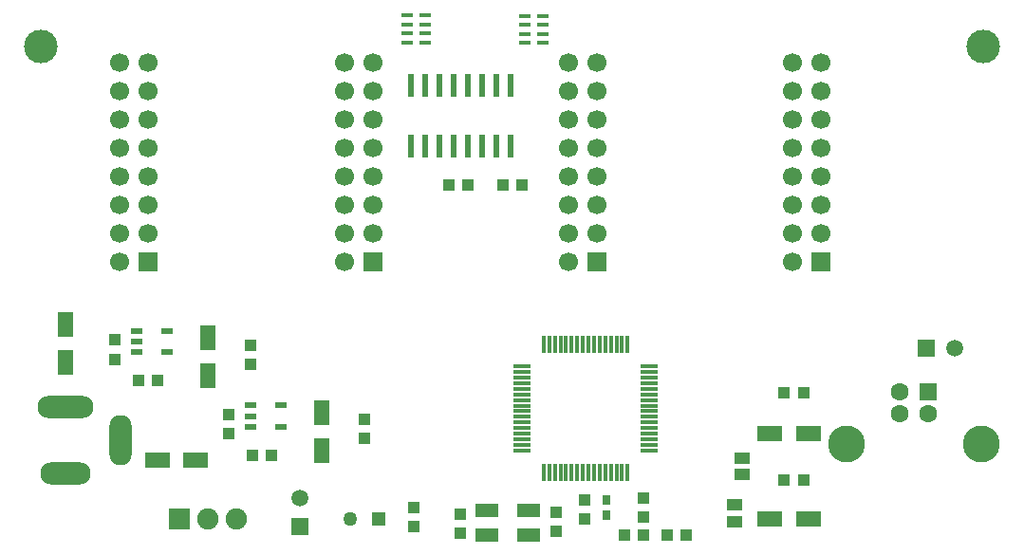
<source format=gts>
G04 DipTrace 2.4.0.2*
%INMainBoard.GTS*%
%MOMM*%
%ADD24R,1.0X1.1*%
%ADD25R,1.1X1.0*%
%ADD26R,1.4X2.25*%
%ADD27R,0.7X0.9*%
%ADD29R,2.25X1.4*%
%ADD30C,1.27*%
%ADD31R,1.27X1.27*%
%ADD32R,1.7X1.7*%
%ADD33C,1.7*%
%ADD34O,5.0X2.0*%
%ADD35O,4.5X2.0*%
%ADD36O,2.0X4.5*%
%ADD37R,1.5X1.5*%
%ADD38C,1.5*%
%ADD39R,1.6X1.6*%
%ADD40C,1.6*%
%ADD41C,3.3*%
%ADD42R,1.35X1.0*%
%ADD43R,1.05X0.45*%
%ADD45R,1.1X0.6*%
%ADD46R,1.9X1.9*%
%ADD47C,1.9*%
%ADD49R,0.3X1.6*%
%ADD50R,1.6X0.3*%
%ADD51R,0.6X2.0*%
%ADD53R,2.0X1.2*%
%ADD56C,3.0*%
%FSLAX53Y53*%
G04*
G71*
G90*
G75*
G01*
%LNTopMask*%
%LPD*%
D24*
X24765Y11430D3*
Y13130D3*
D25*
X28575Y9525D3*
X26875D3*
D26*
X33020Y13335D3*
Y9935D3*
D24*
X36830Y12700D3*
Y11000D3*
D27*
X58420Y5515D3*
Y4215D3*
D24*
X14605Y18098D3*
Y19797D3*
D25*
X18415Y16193D3*
X16715D3*
D26*
X22860Y20003D3*
Y16602D3*
D24*
X26670Y19367D3*
Y17668D3*
D29*
X73025Y3810D3*
X76425D3*
X73025Y11430D3*
X76425D3*
D25*
X74295Y7302D3*
X75995D3*
X74295Y15081D3*
X75995D3*
D26*
X10160Y17780D3*
Y21180D3*
D29*
X21749Y9049D3*
X18349D3*
D24*
X45350Y2600D3*
Y4300D3*
X53950Y4400D3*
Y2700D3*
D25*
X49212Y33655D3*
X50913D3*
D30*
X35560Y3810D3*
D31*
X38100D3*
D56*
X8000Y46000D3*
X92000D3*
D32*
X77570Y26810D3*
D33*
X75030D3*
X77570Y29350D3*
X75030D3*
X77570Y31890D3*
X75030D3*
X77570Y34430D3*
X75030D3*
X77570Y36970D3*
X75030D3*
X77570Y39510D3*
X75030D3*
X77570Y42050D3*
X75030D3*
X77570Y44590D3*
X75030D3*
D32*
X57570Y26810D3*
D33*
X55030D3*
X57570Y29350D3*
X55030D3*
X57570Y31890D3*
X55030D3*
X57570Y34430D3*
X55030D3*
X57570Y36970D3*
X55030D3*
X57570Y39510D3*
X55030D3*
X57570Y42050D3*
X55030D3*
X57570Y44590D3*
X55030D3*
D34*
X10190Y13870D3*
D35*
Y7870D3*
D36*
X15090Y10870D3*
D37*
X86995Y19050D3*
D38*
X89535D3*
D39*
X87105Y15200D3*
D40*
X84605D3*
Y13200D3*
X87105D3*
D41*
X79835Y10490D3*
X91875D3*
D32*
X37570Y26810D3*
D33*
X35030D3*
X37570Y29350D3*
X35030D3*
X37570Y31890D3*
X35030D3*
X37570Y34430D3*
X35030D3*
X37570Y36970D3*
X35030D3*
X37570Y39510D3*
X35030D3*
X37570Y42050D3*
X35030D3*
X37570Y44590D3*
X35030D3*
D32*
X17570Y26810D3*
D33*
X15030D3*
X17570Y29350D3*
X15030D3*
X17570Y31890D3*
X15030D3*
X17570Y34430D3*
X15030D3*
X17570Y36970D3*
X15030D3*
X17570Y39510D3*
X15030D3*
X17570Y42050D3*
X15030D3*
X17570Y44590D3*
X15030D3*
D42*
X70492Y7780D3*
Y9280D3*
X69850Y5080D3*
Y3580D3*
D24*
X41275Y3175D3*
Y4875D3*
X56515Y3810D3*
Y5510D3*
D25*
X61754Y2381D3*
X60054D3*
D24*
X61754Y5715D3*
Y4015D3*
D25*
X65564Y2381D3*
X63864D3*
X46038Y33655D3*
X44338D3*
D43*
X51117Y48736D3*
Y47936D3*
Y47136D3*
Y46336D3*
X52717D3*
Y47136D3*
Y47936D3*
Y48736D3*
X42227Y46355D3*
Y47155D3*
Y47955D3*
Y48755D3*
X40627D3*
Y47955D3*
Y47155D3*
Y46355D3*
D37*
X31115Y3175D3*
D38*
Y5715D3*
D45*
X26670Y13970D3*
Y13020D3*
Y12070D3*
X29370D3*
Y13970D3*
X16510Y20637D3*
Y19688D3*
Y18738D3*
X19210D3*
Y20637D3*
D46*
X20320Y3810D3*
D47*
X22860D3*
X25400D3*
D49*
X52820Y8000D3*
X53320D3*
X53820D3*
X54320D3*
X54820D3*
X55320D3*
X55820D3*
X56320D3*
X56820D3*
X57320D3*
X57820D3*
X58320D3*
X58820D3*
X59320D3*
X59820D3*
X60320D3*
D50*
X62270Y9950D3*
Y10450D3*
Y10950D3*
Y11450D3*
Y11950D3*
Y12450D3*
Y12950D3*
Y13450D3*
Y13950D3*
Y14450D3*
Y14950D3*
Y15450D3*
Y15950D3*
Y16450D3*
Y16950D3*
Y17450D3*
D49*
X60320Y19400D3*
X59820D3*
X59320D3*
X58820D3*
X58320D3*
X57820D3*
X57320D3*
X56820D3*
X56320D3*
X55820D3*
X55320D3*
X54820D3*
X54320D3*
X53820D3*
X53320D3*
X52820D3*
D50*
X50870Y17450D3*
Y16950D3*
Y16450D3*
Y15950D3*
Y15450D3*
Y14950D3*
Y14450D3*
Y13950D3*
Y13450D3*
Y12950D3*
Y12450D3*
Y11950D3*
Y11450D3*
Y10950D3*
Y10450D3*
Y9950D3*
D51*
X49848Y42545D3*
X48578D3*
X47308D3*
X46038D3*
X44768D3*
X43498D3*
X42228D3*
X40958D3*
Y37145D3*
X42228D3*
X43498D3*
X44768D3*
X46038D3*
X47308D3*
X48578D3*
X49848D3*
D53*
X51450Y4600D3*
X47750D3*
Y2400D3*
X51450D3*
M02*

</source>
